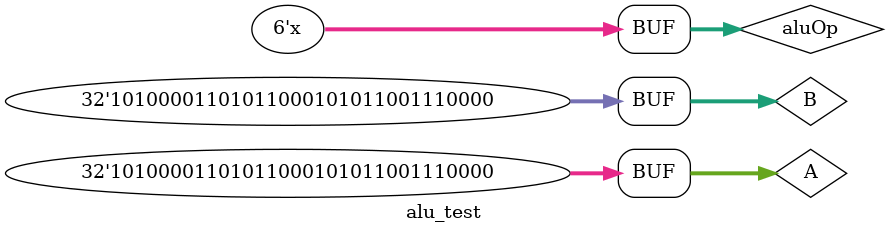
<source format=v>
`timescale 1ns / 1ps


module alu_test;

	// Inputs
	reg [5:0] aluOp;
	reg [31:0] A;
	reg [31:0] B;

	// Outputs
	wire logicOutput;
	wire [31:0] out;

	// Instantiate the Unit Under Test (UUT)
	alu uut (
		.aluOp(aluOp), 
		.A(A), 
		.B(B), 
		.logicOutput(logicOutput), 
		.out(out)
	);

	initial begin
		// Initialize Inputs
		aluOp = 0;
		A = 32'h11ac5670;
		B = 32'ha1ac5670;
		#40 A = B;

	end
	always #10 aluOp = aluOp + 1;
      
endmodule


</source>
